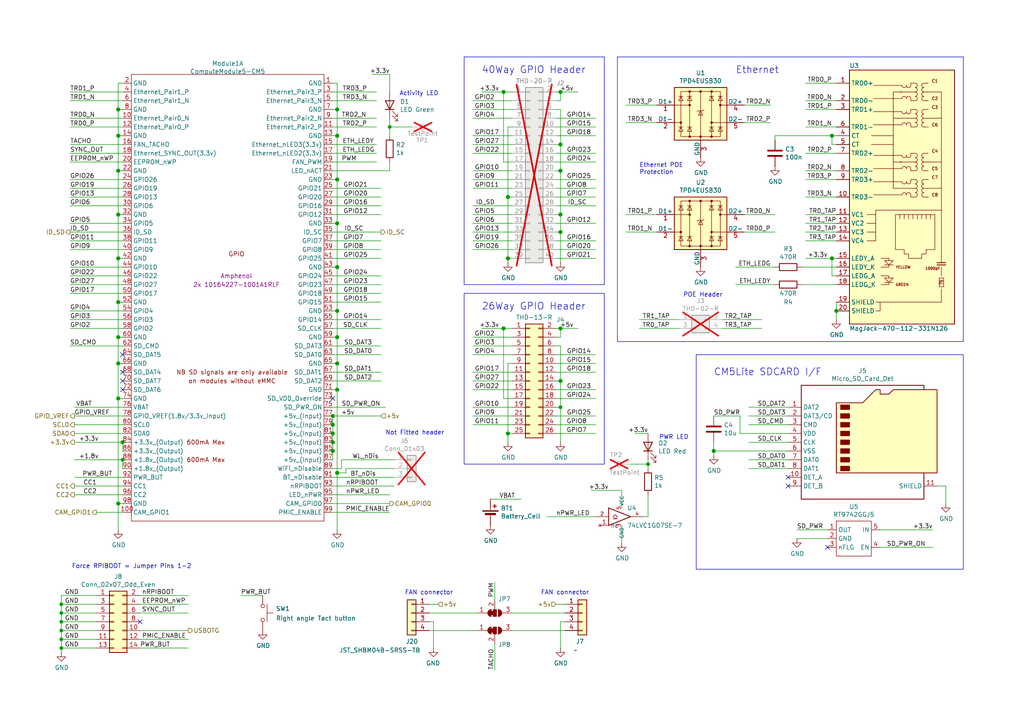
<source format=kicad_sch>
(kicad_sch (version 20231120) (generator "eeschema") (generator_version "8.0")
  (paper "A4")
  (junction (at 96.52 128.27) (diameter 1.016))
  (junction (at 162.56 95.25) (diameter 1.016))
  (junction (at 17.78 177.8))
  (junction (at 34.29 31.75) (diameter 1.016))
  (junction (at 35.56 133.35))
  (junction (at 34.29 105.41) (diameter 1.016))
  (junction (at 17.78 187.96))
  (junction (at 35.56 128.27) (diameter 1.016))
  (junction (at 162.56 110.49) (diameter 1.016))
  (junction (at 34.29 49.53) (diameter 1.016))
  (junction (at 97.79 113.03) (diameter 1.016))
  (junction (at 97.79 90.17) (diameter 1.016))
  (junction (at 97.79 31.75) (diameter 1.016))
  (junction (at 162.56 62.23) (diameter 1.016))
  (junction (at 34.29 115.57) (diameter 1.016))
  (junction (at 207.01 130.81) (diameter 1.016))
  (junction (at 146.05 95.25) (diameter 1.016))
  (junction (at 17.78 175.26))
  (junction (at 34.29 39.37) (diameter 1.016))
  (junction (at 17.78 182.88))
  (junction (at 34.29 87.63) (diameter 1.016))
  (junction (at 96.52 120.65) (diameter 1.016))
  (junction (at 97.79 52.07) (diameter 1.016))
  (junction (at 242.57 90.17) (diameter 1.016))
  (junction (at 162.56 26.67) (diameter 1.016))
  (junction (at 162.56 41.91) (diameter 1.016))
  (junction (at 96.52 123.19) (diameter 1.016))
  (junction (at 241.3 39.37) (diameter 1.016))
  (junction (at 97.79 105.41) (diameter 1.016))
  (junction (at 96.52 125.73) (diameter 1.016))
  (junction (at 147.32 74.93) (diameter 1.016))
  (junction (at 97.79 77.47) (diameter 1.016))
  (junction (at 113.03 36.83))
  (junction (at 162.56 67.31) (diameter 1.016))
  (junction (at 187.96 134.62))
  (junction (at 241.3 74.93) (diameter 1.016))
  (junction (at 97.79 64.77) (diameter 1.016))
  (junction (at 34.29 62.23) (diameter 1.016))
  (junction (at 147.32 57.15) (diameter 1.016))
  (junction (at 96.52 130.81) (diameter 1.016))
  (junction (at 17.78 185.42))
  (junction (at 146.05 26.67) (diameter 1.016))
  (junction (at 147.32 125.73) (diameter 1.016))
  (junction (at 17.78 180.34))
  (junction (at 34.29 146.05) (diameter 1.016))
  (junction (at 34.29 97.79) (diameter 1.016))
  (junction (at 97.79 97.79) (diameter 1.016))
  (junction (at 97.79 39.37) (diameter 1.016))
  (junction (at 162.56 49.53) (diameter 1.016))
  (junction (at 34.29 74.93) (diameter 1.016))
  (junction (at 162.56 118.11))
  (junction (at 97.79 137.16) (diameter 1.016))
  (no_connect (at 228.6 138.43))
  (no_connect (at 35.56 113.03))
  (no_connect (at 96.52 115.57))
  (no_connect (at 35.56 110.49))
  (no_connect (at 40.64 180.34))
  (no_connect (at 240.03 158.75))
  (no_connect (at 35.56 107.95))
  (no_connect (at 35.56 102.87))
  (no_connect (at 228.6 140.97))
  (wire (pts (xy 181.61 62.23) (xy 190.5 62.23)))
  (wire (pts (xy 224.79 39.37) (xy 241.3 39.37)))
  (wire (pts (xy 181.61 30.48) (xy 190.5 30.48)))
  (wire (pts (xy 110.49 107.95) (xy 96.52 107.95)))
  (wire (pts (xy 161.29 105.41) (xy 172.72 105.41)))
  (wire (pts (xy 139.7 95.25) (xy 146.05 95.25)))
  (wire (pts (xy 161.29 120.65) (xy 172.72 120.65)))
  (wire (pts (xy 40.64 182.88) (xy 54.61 182.88)))
  (wire (pts (xy 40.64 185.42) (xy 54.61 185.42)))
  (wire (pts (xy 148.59 36.83) (xy 147.32 36.83)))
  (wire (pts (xy 146.05 115.57) (xy 148.59 115.57)))
  (wire (pts (xy 96.52 90.17) (xy 97.79 90.17)))
  (wire (pts (xy 21.59 123.19) (xy 35.56 123.19)))
  (wire (pts (xy 215.9 62.23) (xy 224.79 62.23)))
  (wire (pts (xy 137.16 123.19) (xy 148.59 123.19)))
  (wire (pts (xy 147.32 36.83) (xy 147.32 57.15)))
  (wire (pts (xy 96.52 36.83) (xy 109.22 36.83)))
  (wire (pts (xy 97.79 137.16) (xy 100.33 137.16)))
  (wire (pts (xy 162.56 118.11) (xy 162.56 128.27)))
  (wire (pts (xy 34.29 62.23) (xy 34.29 74.93)))
  (wire (pts (xy 233.68 64.77) (xy 242.57 64.77)))
  (wire (pts (xy 147.32 125.73) (xy 148.59 125.73)))
  (polyline (pts (xy 279.4 165.1) (xy 201.93 165.1)) (stroke (width 0) (type solid)))
  (wire (pts (xy 20.32 100.33) (xy 35.56 100.33)))
  (wire (pts (xy 180.34 147.32) (xy 180.34 142.24)))
  (wire (pts (xy 185.42 95.25) (xy 196.85 95.25)))
  (wire (pts (xy 96.52 118.11) (xy 111.76 118.11)))
  (wire (pts (xy 20.32 44.45) (xy 35.56 44.45)))
  (wire (pts (xy 162.56 110.49) (xy 161.29 110.49)))
  (wire (pts (xy 162.56 41.91) (xy 161.29 41.91)))
  (wire (pts (xy 161.29 100.33) (xy 162.56 100.33)))
  (wire (pts (xy 161.29 113.03) (xy 172.72 113.03)))
  (wire (pts (xy 137.16 100.33) (xy 148.59 100.33)))
  (wire (pts (xy 232.41 82.55) (xy 242.57 82.55)))
  (wire (pts (xy 96.52 74.93) (xy 110.49 74.93)))
  (wire (pts (xy 124.46 180.34) (xy 125.73 180.34)))
  (wire (pts (xy 96.52 57.15) (xy 110.49 57.15)))
  (wire (pts (xy 17.78 187.96) (xy 27.94 187.96)))
  (polyline (pts (xy 311.15 124.46) (xy 309.88 124.46)) (stroke (width 0) (type solid)))
  (polyline (pts (xy 134.62 82.55) (xy 175.26 82.55)) (stroke (width 0) (type solid)))
  (wire (pts (xy 96.52 85.09) (xy 110.49 85.09)))
  (wire (pts (xy 96.52 80.01) (xy 110.49 80.01)))
  (wire (pts (xy 162.56 180.34) (xy 162.56 187.96)))
  (wire (pts (xy 20.32 54.61) (xy 35.56 54.61)))
  (wire (pts (xy 34.29 115.57) (xy 34.29 146.05)))
  (wire (pts (xy 224.79 40.64) (xy 224.79 39.37)))
  (wire (pts (xy 97.79 105.41) (xy 97.79 113.03)))
  (wire (pts (xy 96.52 49.53) (xy 113.03 49.53)))
  (wire (pts (xy 137.16 97.79) (xy 148.59 97.79)))
  (wire (pts (xy 142.24 144.78) (xy 151.13 144.78)))
  (wire (pts (xy 161.29 46.99) (xy 172.72 46.99)))
  (wire (pts (xy 233.68 74.93) (xy 241.3 74.93)))
  (wire (pts (xy 97.79 113.03) (xy 97.79 137.16)))
  (wire (pts (xy 137.16 102.87) (xy 148.59 102.87)))
  (wire (pts (xy 242.57 87.63) (xy 242.57 90.17)))
  (wire (pts (xy 96.52 102.87) (xy 110.49 102.87)))
  (wire (pts (xy 110.49 95.25) (xy 96.52 95.25)))
  (wire (pts (xy 148.59 105.41) (xy 147.32 105.41)))
  (wire (pts (xy 241.3 41.91) (xy 241.3 39.37)))
  (wire (pts (xy 137.16 72.39) (xy 148.59 72.39)))
  (wire (pts (xy 97.79 97.79) (xy 97.79 105.41)))
  (wire (pts (xy 255.27 158.75) (xy 270.51 158.75)))
  (wire (pts (xy 100.33 135.89) (xy 114.3 135.89)))
  (wire (pts (xy 161.29 97.79) (xy 162.56 97.79)))
  (wire (pts (xy 35.56 146.05) (xy 34.29 146.05)))
  (wire (pts (xy 233.68 36.83) (xy 242.57 36.83)))
  (wire (pts (xy 137.16 44.45) (xy 148.59 44.45)))
  (wire (pts (xy 17.78 182.88) (xy 27.94 182.88)))
  (wire (pts (xy 17.78 185.42) (xy 17.78 187.96)))
  (wire (pts (xy 242.57 39.37) (xy 241.3 39.37)))
  (wire (pts (xy 242.57 90.17) (xy 242.57 92.71)))
  (wire (pts (xy 107.95 21.59) (xy 113.03 21.59)))
  (wire (pts (xy 161.29 39.37) (xy 172.72 39.37)))
  (wire (pts (xy 233.68 69.85) (xy 242.57 69.85)))
  (wire (pts (xy 34.29 105.41) (xy 34.29 115.57)))
  (polyline (pts (xy 309.88 140.97) (xy 309.88 124.46)) (stroke (width 0) (type solid)))
  (wire (pts (xy 190.5 67.31) (xy 181.61 67.31)))
  (wire (pts (xy 20.32 46.99) (xy 35.56 46.99)))
  (wire (pts (xy 96.52 140.97) (xy 114.3 140.97)))
  (wire (pts (xy 34.29 31.75) (xy 34.29 39.37)))
  (wire (pts (xy 17.78 172.72) (xy 17.78 175.26)))
  (wire (pts (xy 233.68 31.75) (xy 242.57 31.75)))
  (polyline (pts (xy 175.26 16.51) (xy 175.26 82.55)) (stroke (width 0) (type solid)))
  (wire (pts (xy 318.77 129.54) (xy 327.66 129.54)))
  (wire (pts (xy 40.64 172.72) (xy 54.61 172.72)))
  (wire (pts (xy 162.56 26.67) (xy 167.64 26.67)))
  (wire (pts (xy 147.32 105.41) (xy 147.32 125.73)))
  (wire (pts (xy 137.16 41.91) (xy 148.59 41.91)))
  (wire (pts (xy 137.16 39.37) (xy 148.59 39.37)))
  (wire (pts (xy 35.56 130.81) (xy 35.56 128.27)))
  (wire (pts (xy 233.68 67.31) (xy 242.57 67.31)))
  (wire (pts (xy 34.29 24.13) (xy 34.29 31.75)))
  (wire (pts (xy 124.46 182.88) (xy 138.43 182.88)))
  (wire (pts (xy 96.52 24.13) (xy 97.79 24.13)))
  (wire (pts (xy 240.03 153.67) (xy 231.14 153.67)))
  (wire (pts (xy 233.68 62.23) (xy 242.57 62.23)))
  (wire (pts (xy 34.29 74.93) (xy 35.56 74.93)))
  (wire (pts (xy 214.63 125.73) (xy 214.63 120.65)))
  (wire (pts (xy 233.68 44.45) (xy 242.57 44.45)))
  (wire (pts (xy 96.52 120.65) (xy 110.49 120.65)))
  (wire (pts (xy 20.32 57.15) (xy 35.56 57.15)))
  (wire (pts (xy 331.47 134.62) (xy 334.01 134.62)))
  (wire (pts (xy 96.52 113.03) (xy 97.79 113.03)))
  (wire (pts (xy 40.64 177.8) (xy 54.61 177.8)))
  (wire (pts (xy 20.32 69.85) (xy 35.56 69.85)))
  (polyline (pts (xy 179.07 16.51) (xy 279.4 16.51)) (stroke (width 0) (type solid)))
  (wire (pts (xy 34.29 146.05) (xy 34.29 153.67)))
  (wire (pts (xy 97.79 137.16) (xy 97.79 153.67)))
  (wire (pts (xy 148.59 182.88) (xy 163.83 182.88)))
  (wire (pts (xy 96.52 52.07) (xy 97.79 52.07)))
  (wire (pts (xy 96.52 69.85) (xy 110.49 69.85)))
  (wire (pts (xy 161.29 52.07) (xy 172.72 52.07)))
  (wire (pts (xy 27.94 148.59) (xy 35.56 148.59)))
  (wire (pts (xy 137.16 113.03) (xy 148.59 113.03)))
  (wire (pts (xy 207.01 120.65) (xy 214.63 120.65)))
  (wire (pts (xy 161.29 175.26) (xy 163.83 175.26)))
  (wire (pts (xy 137.16 69.85) (xy 148.59 69.85)))
  (wire (pts (xy 161.29 44.45) (xy 172.72 44.45)))
  (wire (pts (xy 34.29 62.23) (xy 35.56 62.23)))
  (wire (pts (xy 228.6 135.89) (xy 217.17 135.89)))
  (wire (pts (xy 161.29 69.85) (xy 172.72 69.85)))
  (wire (pts (xy 20.32 82.55) (xy 35.56 82.55)))
  (wire (pts (xy 96.52 26.67) (xy 109.22 26.67)))
  (wire (pts (xy 20.32 59.69) (xy 35.56 59.69)))
  (wire (pts (xy 96.52 39.37) (xy 97.79 39.37)))
  (wire (pts (xy 187.96 143.51) (xy 187.96 149.86)))
  (wire (pts (xy 21.59 143.51) (xy 35.56 143.51)))
  (wire (pts (xy 20.32 80.01) (xy 35.56 80.01)))
  (wire (pts (xy 96.52 97.79) (xy 97.79 97.79)))
  (wire (pts (xy 233.68 24.13) (xy 242.57 24.13)))
  (polyline (pts (xy 134.62 16.51) (xy 134.62 82.55)) (stroke (width 0) (type solid)))
  (wire (pts (xy 34.29 39.37) (xy 34.29 49.53)))
  (wire (pts (xy 146.05 26.67) (xy 146.05 46.99)))
  (wire (pts (xy 161.29 34.29) (xy 172.72 34.29)))
  (wire (pts (xy 180.34 152.4) (xy 180.34 157.48)))
  (wire (pts (xy 148.59 26.67) (xy 146.05 26.67)))
  (wire (pts (xy 96.52 125.73) (xy 96.52 128.27)))
  (wire (pts (xy 96.52 62.23) (xy 110.49 62.23)))
  (wire (pts (xy 161.29 67.31) (xy 162.56 67.31)))
  (wire (pts (xy 233.68 49.53) (xy 242.57 49.53)))
  (polyline (pts (xy 201.93 165.1) (xy 201.93 102.87)) (stroke (width 0) (type solid)))
  (wire (pts (xy 21.59 118.11) (xy 35.56 118.11)))
  (wire (pts (xy 97.79 90.17) (xy 97.79 97.79)))
  (wire (pts (xy 147.32 74.93) (xy 148.59 74.93)))
  (wire (pts (xy 215.9 35.56) (xy 223.52 35.56)))
  (polyline (pts (xy 201.93 102.87) (xy 279.4 102.87)) (stroke (width 0) (type solid)))
  (wire (pts (xy 207.01 130.81) (xy 207.01 132.08)))
  (wire (pts (xy 180.34 142.24) (xy 171.45 142.24)))
  (wire (pts (xy 137.16 67.31) (xy 148.59 67.31)))
  (wire (pts (xy 161.29 72.39) (xy 172.72 72.39)))
  (wire (pts (xy 20.32 77.47) (xy 35.56 77.47)))
  (wire (pts (xy 213.36 77.47) (xy 224.79 77.47)))
  (wire (pts (xy 21.59 138.43) (xy 35.56 138.43)))
  (wire (pts (xy 20.32 92.71) (xy 35.56 92.71)))
  (wire (pts (xy 255.27 153.67) (xy 270.51 153.67)))
  (wire (pts (xy 161.29 36.83) (xy 172.72 36.83)))
  (wire (pts (xy 242.57 41.91) (xy 241.3 41.91)))
  (wire (pts (xy 163.83 180.34) (xy 162.56 180.34)))
  (wire (pts (xy 20.32 34.29) (xy 35.56 34.29)))
  (wire (pts (xy 96.52 64.77) (xy 97.79 64.77)))
  (wire (pts (xy 96.52 44.45) (xy 109.22 44.45)))
  (wire (pts (xy 96.52 72.39) (xy 110.49 72.39)))
  (wire (pts (xy 161.29 115.57) (xy 172.72 115.57)))
  (wire (pts (xy 143.51 168.91) (xy 143.51 173.99)))
  (wire (pts (xy 161.29 62.23) (xy 162.56 62.23)))
  (wire (pts (xy 96.52 130.81) (xy 96.52 133.35)))
  (wire (pts (xy 161.29 102.87) (xy 172.72 102.87)))
  (wire (pts (xy 209.55 92.71) (xy 220.98 92.71)))
  (wire (pts (xy 146.05 95.25) (xy 146.05 115.57)))
  (wire (pts (xy 100.33 137.16) (xy 100.33 135.89)))
  (wire (pts (xy 162.56 29.21) (xy 162.56 26.67)))
  (wire (pts (xy 40.64 175.26) (xy 54.61 175.26)))
  (wire (pts (xy 96.52 105.41) (xy 97.79 105.41)))
  (wire (pts (xy 96.52 120.65) (xy 96.52 123.19)))
  (wire (pts (xy 148.59 177.8) (xy 163.83 177.8)))
  (wire (pts (xy 137.16 64.77) (xy 148.59 64.77)))
  (wire (pts (xy 209.55 95.25) (xy 220.98 95.25)))
  (wire (pts (xy 40.64 187.96) (xy 54.61 187.96)))
  (wire (pts (xy 20.32 64.77) (xy 35.56 64.77)))
  (wire (pts (xy 34.29 87.63) (xy 34.29 97.79)))
  (polyline (pts (xy 350.52 140.97) (xy 311.15 140.97)) (stroke (width 0) (type solid)))
  (wire (pts (xy 215.9 67.31) (xy 224.79 67.31)))
  (wire (pts (xy 97.79 77.47) (xy 97.79 90.17)))
  (wire (pts (xy 96.52 110.49) (xy 110.49 110.49)))
  (wire (pts (xy 187.96 125.73) (xy 184.15 125.73)))
  (wire (pts (xy 233.68 57.15) (xy 242.57 57.15)))
  (wire (pts (xy 124.46 177.8) (xy 138.43 177.8)))
  (wire (pts (xy 137.16 120.65) (xy 148.59 120.65)))
  (wire (pts (xy 215.9 30.48) (xy 223.52 30.48)))
  (wire (pts (xy 162.56 97.79) (xy 162.56 95.25)))
  (wire (pts (xy 162.56 95.25) (xy 167.64 95.25)))
  (wire (pts (xy 34.29 49.53) (xy 35.56 49.53)))
  (wire (pts (xy 96.52 31.75) (xy 97.79 31.75)))
  (wire (pts (xy 162.56 118.11) (xy 161.29 118.11)))
  (polyline (pts (xy 175.26 16.51) (xy 134.62 16.51)) (stroke (width 0) (type solid)))
  (wire (pts (xy 213.36 82.55) (xy 224.79 82.55)))
  (wire (pts (xy 96.52 87.63) (xy 110.49 87.63)))
  (wire (pts (xy 161.29 29.21) (xy 162.56 29.21)))
  (polyline (pts (xy 279.4 99.06) (xy 179.07 99.06)) (stroke (width 0) (type solid)))
  (polyline (pts (xy 134.62 85.09) (xy 134.62 134.62)) (stroke (width 0) (type solid)))
  (wire (pts (xy 137.16 59.69) (xy 148.59 59.69)))
  (wire (pts (xy 162.56 67.31) (xy 162.56 76.2)))
  (wire (pts (xy 96.52 34.29) (xy 109.22 34.29)))
  (wire (pts (xy 17.78 180.34) (xy 17.78 182.88)))
  (wire (pts (xy 137.16 62.23) (xy 148.59 62.23)))
  (wire (pts (xy 137.16 118.11) (xy 148.59 118.11)))
  (wire (pts (xy 113.03 21.59) (xy 113.03 26.67)))
  (wire (pts (xy 217.17 123.19) (xy 228.6 123.19)))
  (wire (pts (xy 137.16 49.53) (xy 148.59 49.53)))
  (wire (pts (xy 233.68 29.21) (xy 242.57 29.21)))
  (wire (pts (xy 162.56 41.91) (xy 162.56 49.53)))
  (wire (pts (xy 99.06 135.89) (xy 99.06 133.35)))
  (wire (pts (xy 96.52 67.31) (xy 110.49 67.31)))
  (wire (pts (xy 161.29 59.69) (xy 172.72 59.69)))
  (wire (pts (xy 147.32 57.15) (xy 148.59 57.15)))
  (wire (pts (xy 17.78 177.8) (xy 17.78 180.34)))
  (wire (pts (xy 96.52 143.51) (xy 113.03 143.51)))
  (wire (pts (xy 97.79 24.13) (xy 97.79 31.75)))
  (wire (pts (xy 274.32 140.97) (xy 274.32 146.05)))
  (wire (pts (xy 185.42 92.71) (xy 196.85 92.71)))
  (wire (pts (xy 137.16 34.29) (xy 148.59 34.29)))
  (wire (pts (xy 21.59 140.97) (xy 35.56 140.97)))
  (wire (pts (xy 20.32 90.17) (xy 35.56 90.17)))
  (wire (pts (xy 21.59 128.27) (xy 35.56 128.27)))
  (wire (pts (xy 240.03 156.21) (xy 231.14 156.21)))
  (wire (pts (xy 241.3 74.93) (xy 242.57 74.93)))
  (wire (pts (xy 34.29 115.57) (xy 35.56 115.57)))
  (wire (pts (xy 162.56 31.75) (xy 162.56 41.91)))
  (wire (pts (xy 161.29 26.67) (xy 162.56 26.67)))
  (wire (pts (xy 158.75 149.86) (xy 172.72 149.86)))
  (wire (pts (xy 161.29 31.75) (xy 162.56 31.75)))
  (wire (pts (xy 161.29 74.93) (xy 172.72 74.93)))
  (wire (pts (xy 147.32 125.73) (xy 147.32 128.27)))
  (wire (pts (xy 182.88 134.62) (xy 187.96 134.62)))
  (wire (pts (xy 96.52 138.43) (xy 114.3 138.43)))
  (wire (pts (xy 137.16 54.61) (xy 148.59 54.61)))
  (wire (pts (xy 137.16 31.75) (xy 148.59 31.75)))
  (wire (pts (xy 147.32 57.15) (xy 147.32 74.93)))
  (wire (pts (xy 137.16 52.07) (xy 148.59 52.07)))
  (wire (pts (xy 161.29 64.77) (xy 172.72 64.77)))
  (wire (pts (xy 34.29 97.79) (xy 34.29 105.41)))
  (wire (pts (xy 20.32 95.25) (xy 35.56 95.25)))
  (wire (pts (xy 137.16 107.95) (xy 148.59 107.95)))
  (wire (pts (xy 228.6 125.73) (xy 214.63 125.73)))
  (wire (pts (xy 228.6 120.65) (xy 217.17 120.65)))
  (wire (pts (xy 139.7 26.67) (xy 146.05 26.67)))
  (wire (pts (xy 161.29 125.73) (xy 172.72 125.73)))
  (wire (pts (xy 124.46 175.26) (xy 127 175.26)))
  (wire (pts (xy 97.79 39.37) (xy 97.79 52.07)))
  (wire (pts (xy 161.29 123.19) (xy 172.72 123.19)))
  (wire (pts (xy 232.41 77.47) (xy 242.57 77.47)))
  (wire (pts (xy 17.78 172.72) (xy 27.94 172.72)))
  (wire (pts (xy 148.59 95.25) (xy 146.05 95.25)))
  (wire (pts (xy 318.77 139.7) (xy 327.66 139.7)))
  (wire (pts (xy 96.52 82.55) (xy 110.49 82.55)))
  (wire (pts (xy 137.16 29.21) (xy 148.59 29.21)))
  (wire (pts (xy 187.96 149.86) (xy 186.69 149.86)))
  (wire (pts (xy 113.03 49.53) (xy 113.03 46.99)))
  (wire (pts (xy 20.32 52.07) (xy 35.56 52.07)))
  (wire (pts (xy 35.56 135.89) (xy 35.56 133.35)))
  (wire (pts (xy 20.32 85.09) (xy 35.56 85.09)))
  (wire (pts (xy 17.78 175.26) (xy 27.94 175.26)))
  (wire (pts (xy 96.52 77.47) (xy 97.79 77.47)))
  (wire (pts (xy 96.52 54.61) (xy 110.49 54.61)))
  (wire (pts (xy 34.29 49.53) (xy 34.29 62.23)))
  (wire (pts (xy 17.78 187.96) (xy 17.78 189.23)))
  (wire (pts (xy 35.56 24.13) (xy 34.29 24.13)))
  (wire (pts (xy 20.32 41.91) (xy 35.56 41.91)))
  (wire (pts (xy 35.56 31.75) (xy 34.29 31.75)))
  (polyline (pts (xy 311.15 124.46) (xy 350.52 124.46)) (stroke (width 0) (type solid)))
  (wire (pts (xy 113.03 39.37) (xy 113.03 36.83)))
  (wire (pts (xy 137.16 110.49) (xy 148.59 110.49)))
  (wire (pts (xy 97.79 52.07) (xy 97.79 64.77)))
  (wire (pts (xy 228.6 128.27) (xy 217.17 128.27)))
  (wire (pts (xy 17.78 185.42) (xy 27.94 185.42)))
  (wire (pts (xy 17.78 177.8) (xy 27.94 177.8)))
  (wire (pts (xy 96.52 146.05) (xy 113.03 146.05)))
  (wire (pts (xy 161.29 57.15) (xy 172.72 57.15)))
  (wire (pts (xy 21.59 120.65) (xy 35.56 120.65)))
  (wire (pts (xy 99.06 133.35) (xy 114.3 133.35)))
  (wire (pts (xy 187.96 134.62) (xy 187.96 135.89)))
  (wire (pts (xy 271.78 140.97) (xy 274.32 140.97)))
  (wire (pts (xy 207.01 130.81) (xy 228.6 130.81)))
  (wire (pts (xy 20.32 29.21) (xy 35.56 29.21)))
  (wire (pts (xy 147.32 74.93) (xy 147.32 76.2)))
  (wire (pts (xy 34.29 97.79) (xy 35.56 97.79)))
  (wire (pts (xy 34.29 105.41) (xy 35.56 105.41)))
  (polyline (pts (xy 309.88 140.97) (xy 311.15 140.97)) (stroke (width 0) (type solid)))
  (polyline (pts (xy 134.62 134.62) (xy 175.26 134.62)) (stroke (width 0) (type solid)))
  (polyline (pts (xy 350.52 124.46) (xy 350.52 140.97)) (stroke (width 0) (type solid)))
  (polyline (pts (xy 179.07 99.06) (xy 179.07 16.51)) (stroke (width 0) (type solid)))
  (wire (pts (xy 97.79 31.75) (xy 97.79 39.37)))
  (polyline (pts (xy 279.4 102.87) (xy 279.4 165.1)) (stroke (width 0) (type solid)))
  (wire (pts (xy 241.3 80.01) (xy 241.3 74.93)))
  (wire (pts (xy 96.52 29.21) (xy 109.22 29.21)))
  (wire (pts (xy 17.78 180.34) (xy 27.94 180.34)))
  (wire (pts (xy 20.32 72.39) (xy 35.56 72.39)))
  (wire (pts (xy 96.52 128.27) (xy 96.52 130.81)))
  (wire (pts (xy 96.52 123.19) (xy 96.52 125.73)))
  (wire (pts (xy 161.29 54.61) (xy 172.72 54.61)))
  (wire (pts (xy 125.73 180.34) (xy 125.73 187.96)))
  (wire (pts (xy 143.51 186.69) (xy 143.51 194.31)))
  (wire (pts (xy 69.85 172.72) (xy 76.2 172.72)))
  (wire (pts (xy 20.32 36.83) (xy 35.56 36.83)))
  (wire (pts (xy 162.56 62.23) (xy 162.56 49.53)))
  (wire (pts (xy 187.96 133.35) (xy 187.96 134.62)))
  (wire (pts (xy 96.52 148.59) (xy 113.03 148.59)))
  (wire (pts (xy 217.17 133.35) (xy 228.6 133.35)))
  (wire (pts (xy 242.57 80.01) (xy 241.3 80.01)))
  (wire (pts (xy 162.56 110.49) (xy 162.56 118.11)))
  (wire (pts (xy 146.05 46.99) (xy 148.59 46.99)))
  (polyline (pts (xy 175.26 85.09) (xy 175.26 134.62)) (stroke (width 0) (type solid)))
  (wire (pts (xy 34.29 74.93) (xy 34.29 87.63)))
  (wire (pts (xy 96.52 46.99) (xy 109.22 46.99)))
  (wire (pts (xy 35.56 39.37) (xy 34.29 39.37)))
  (wire (pts (xy 21.59 125.73) (xy 35.56 125.73)))
  (wire (pts (xy 113.03 36.83) (xy 113.03 34.29)))
  (wire (pts (xy 20.32 26.67) (xy 35.56 26.67)))
  (wire (pts (xy 162.56 100.33) (xy 162.56 110.49)))
  (wire (pts (xy 161.29 95.25) (xy 162.56 95.25)))
  (wire (pts (xy 96.52 135.89) (xy 99.06 135.89)))
  (polyline (pts (xy 279.4 16.51) (xy 279.4 99.06)) (stroke (width 0) (type solid)))
  (wire (pts (xy 34.29 87.63) (xy 35.56 87.63)))
  (wire (pts (xy 21.59 133.35) (xy 35.56 133.35)))
  (polyline (pts (xy 175.26 85.09) (xy 134.62 85.09)) (stroke (width 0) (type solid)))
  (wire (pts (xy 96.52 92.71) (xy 110.49 92.71)))
  (wire (pts (xy 97.79 64.77) (xy 97.79 77.47)))
  (wire (pts (xy 162.56 67.31) (xy 162.56 62.23)))
  (wire (pts (xy 17.78 175.26) (xy 17.78 177.8)))
  (wire (pts (xy 96.52 59.69) (xy 110.49 59.69)))
  (wire (pts (xy 96.52 41.91) (xy 109.22 41.91)))
  (wire (pts (xy 233.68 52.07) (xy 242.57 52.07)))
  (wire (pts (xy 162.56 49.53) (xy 161.29 49.53)))
  (wire (pts (xy 161.29 107.95) (xy 172.72 107.95)))
  (wire (pts (xy 113.03 36.83) (xy 119.38 36.83)))
  (wire (pts (xy 110.49 100.33) (xy 96.52 100.33)))
  (wire (pts (xy 181.61 35.56) (xy 190.5 35.56)))
  (wire (pts (xy 17.78 182.88) (xy 17.78 185.42)))
  (wire (pts (xy 217.17 118.11) (xy 228.6 118.11)))
  (wire (pts (xy 20.32 67.31) (xy 35.56 67.31)))
  (wire (pts (xy 207.01 128.27) (xy 207.01 130.81)))
  (text "FAN connector\n" (at 156.845 172.72 0) (effects (font (size 1.27 1.27)) (justify left bottom)))
  (text "GPIO Voltage select\n" (at 339.09 128.27 0) (effects (font (size 1.27 1.27)) (justify right bottom)))
  (text "26Way GPIO Header" (at 139.7 90.17 0) (effects (font (size 2.007 2.007)) (justify left bottom)))
  (text "Ethernet" (at 213.36 21.59 0) (effects (font (size 2.0066 2.0066)) (justify left bottom)))
  (text "40Way GPIO Header" (at 139.7 21.59 0) (effects (font (size 2.007 2.007)) (justify left bottom)))
  (text "PWR LED" (at 191.135 127.635 0) (effects (font (size 1.27 1.27)) (justify left bottom)))
  (text "Activity LED" (at 115.824 27.94 0) (effects (font (size 1.27 1.27)) (justify left bottom)))
  (text "CM5Lite SDCARD I/F" (at 207.01 109.22 0) (effects (font (size 2.007 2.007)) (justify left bottom)))
  (text "POE Header" (at 198.12 86.36 0) (effects (font (size 1.27 1.27)) (justify left bottom)))
  (text "Ethernet POE\nProtection" (at 185.42 50.8 0) (effects (font (size 1.27 1.27)) (justify left bottom)))
  (text "Not Fitted header" (at 128.905 126.365 0) (effects (font (size 1.27 1.27)) (justify right bottom)))
  (text "Force RPIBOOT = Jumper Pins 1-2 \n" (at 56.515 165.1 0) (effects (font (size 1.27 1.27)) (justify right bottom)))
  (text "FAN connector\n" (at 131.445 172.72 0) (effects (font (size 1.27 1.27)) (justify right bottom)))
  (label "GPIO7" (at 170.18 125.73 180))
  (label "GND" (at 22.86 177.8 180))
  (label "TR0_TAP" (at 194.2084 95.25 180))
  (label "GPIO7" (at 170.18 57.15 180))
  (label "GPIO11" (at 144.78 123.19 180))
  (label "CC1" (at 24.13 140.97 0))
  (label "GPIO13" (at 144.78 67.31 180))
  (label "GPIO11" (at 20.32 69.85 0))
  (label "+3.3v" (at 144.78 26.67 180))
  (label "GPIO14" (at 171.45 34.29 180))
  (label "ID_SD" (at 143.51 59.69 180))
  (label "GPIO23" (at 171.45 113.03 180))
  (label "GND" (at 22.86 180.34 180))
  (label "+3.3v" (at 323.85 129.54 180))
  (label "TRD0_P" (at 20.32 36.83 0))
  (label "nPWR_LED" (at 161.29 149.86 0))
  (label "GPIO10" (at 20.32 77.47 0))
  (label "SD_DAT0" (at 107.95 102.87 180))
  (label "GPIO4" (at 143.51 102.87 180))
  (label "GPIO27" (at 144.78 41.91 180))
  (label "GPIO6" (at 143.51 64.77 180))
  (label "+3.3v" (at 22.86 128.27 0))
  (label "GPIO8" (at 170.18 54.61 180))
  (label "+3.3v" (at 187.96 125.73 180))
  (label "TRD1_P" (at 241.3 31.75 180))
  (label "TRD0_P" (at 241.3 24.13 180))
  (label "SD_DAT3" (at 219.71 120.65 0))
  (label "GPIO9" (at 143.51 52.07 180))
  (label "TR2_TAP" (at 242.57 67.31 180))
  (label "SD_DAT1" (at 219.71 135.89 0))
  (label "TR1_TAP" (at 194.31 92.71 180))
  (label "GPIO24" (at 171.45 115.57 180))
  (label "GPIO18" (at 171.45 39.37 180))
  (label "GPIO12" (at 171.45 64.77 180))
  (label "GPIO19" (at 20.32 54.61 0))
  (label "TR2_TAP" (at 218.1098 92.71 180))
  (label "GPIO22" (at 144.78 113.03 180))
  (label "+3.3v" (at 144.78 95.25 180))
  (label "GPIO18" (at 171.45 107.95 180))
  (label "GND" (at 22.86 187.96 180))
  (label "GPIO17" (at 20.32 85.09 0))
  (label "PMIC_ENABLE" (at 113.03 148.59 180))
  (label "SD_PWR_ON" (at 257.175 158.75 0))
  (label "+1.8v" (at 22.86 133.35 0))
  (label "TRD1_P" (at 189.23 62.23 180))
  (label "GPIO3" (at 143.51 100.33 180))
  (label "TRD0_P" (at 223.52 67.31 180))
  (label "ID_SC" (at 170.18 59.69 180))
  (label "GPIO15" (at 171.45 36.83 180))
  (label "GPIO25" (at 171.45 120.65 180))
  (label "ID_SD" (at 20.32 67.31 0))
  (label "ETH_LEDY" (at 99.314 41.91 0))
  (label "TRD3_P" (at 189.23 30.48 180))
  (label "GPIO2" (at 143.51 97.79 180))
  (label "GPIO5" (at 143.51 62.23 180))
  (label "nPWR_LED" (at 100.33 143.51 0))
  (label "+5v" (at 166.37 26.67 180))
  (label "EEPROM_nWP" (at 53.848 175.26 180))
  (label "GPIO20" (at 171.45 72.39 180))
  (label "VBAT" (at 144.78 144.78 0))
  (label "GPIO14" (at 106.68 92.71 180))
  (label "+3.3v" (at 176.53 142.24 180))
  (label "TRD3_N" (at 99.314 29.21 0))
  (label "SD_DAT0" (at 219.71 133.35 0))
  (label "GPIO23" (at 106.68 82.55 180))
  (label "TRD1_N" (at 20.32 29.21 0))
  (label "GPIO27" (at 20.32 82.55 0))
  (label "+3.3v" (at 240.03 74.93 180))
  (label "SYNC_OUT" (at 20.32 44.45 0))
  (label "GPIO19" (at 144.78 69.85 180))
  (label "SD_CLK" (at 219.71 128.27 0))
  (label "TRD2_N" (at 223.52 30.48 180))
  (label "GPIO21" (at 171.45 74.93 180))
  (label "TRD3_N" (at 189.23 35.56 180))
  (label "+3.3v" (at 270.51 153.67 180))
  (label "SD_CLK" (at 106.68 95.25 180))
  (label "ETH_LEDG" (at 223.52 77.47 180))
  (label "SD_DAT2" (at 107.95 110.49 180))
  (label "EEPROM_nWP" (at 20.32 46.99 0))
  (label "TRD3_N" (at 241.3 57.15 180))
  (label "PMIC_ENABLE" (at 53.975 185.42 180))
  (label "GPIO15" (at 171.45 105.41 180))
  (label "TRD1_N" (at 241.3 36.83 180))
  (label "TRD1_N" (at 189.23 67.31 180))
  (label "+3.3v" (at 113.03 21.59 180))
  (label "PWR_BUT" (at 23.876 138.43 0))
  (label "TRD2_N" (at 99.06 34.29 0))
  (label "ID_SC" (at 105.41 67.31 180))
  (label "PWM" (at 99.06 46.99 0))
  (label "SD_CMD" (at 219.71 123.19 0))
  (label "GPIO21" (at 106.68 54.61 180))
  (label "GPIO25" (at 106.68 74.93 180))
  (label "TRD2_P" (at 223.52 35.56 180))
  (label "GPIO10" (at 144.78 49.53 180))
  (label "SD_DAT1" (at 107.95 107.95 180))
  (label "GPIO12" (at 106.68 62.23 180))
  (label "GPIO15" (at 106.68 87.63 180))
  (label "GPIO17" (at 144.78 107.95 180))
  (label "GPIO13" (at 20.32 57.15 0))
  (label "GPIO6" (at 20.32 59.69 0))
  (label "GPIO22" (at 144.78 44.45 180))
  (label "GPIO7" (at 105.41 69.85 180))
  (label "PWM" (at 143.51 168.91 270))
  (label "GPIO16" (at 106.68 59.69 180))
  (label "GPIO8" (at 170.18 123.19 180))
  (label "nRPIBOOT" (at 50.546 172.72 180))
  (label "VBAT" (at 26.67 118.11 180))
  (label "GPIO17" (at 144.78 39.37 180))
  (label "GPIO2" (at 143.51 29.21 180))
  (label "BT_nDis" (at 109.0676 138.43 180))
  (label "SD_PWR" (at 231.14 153.67 0))
  (label "GND" (at 22.86 185.42 180))
  (label "TRD0_N" (at 223.52 62.23 180))
  (label "TRD2_P" (at 99.314 36.83 0))
  (label "GPIO8" (at 105.41 72.39 180))
  (label "SD_DAT2" (at 219.71 118.11 0))
  (label "SD_PWR" (at 207.01 120.65 0))
  (label "ETH_LEDG" (at 99.314 44.45 0))
  (label "SYNC_OUT" (at 50.8 177.8 180))
  (label "TRD3_P" (at 99.314 26.67 0))
  (label "GPIO18" (at 106.68 85.09 180))
  (label "TRD2_P" (at 241.3 44.45 180))
  (label "GPIO_VREF" (at 334.01 134.62 0))
  (label "GPIO20" (at 106.68 57.15 180))
  (label "TRD0_N" (at 20.32 34.29 0))
  (label "SD_PWR_ON" (at 99.06 118.11 0))
  (label "TR1_TAP" (at 242.57 64.77 180))
  (label "GPIO4" (at 20.32 90.17 0))
  (label "GPIO5" (at 20.32 64.77 0))
  (label "PWR_BUT" (at 69.85 172.72 0))
  (label "GPIO24" (at 106.68 80.01 180))
  (label "TR3_TAP" (at 218.0844 95.25 180))
  (label "+1.8v" (at 323.85 139.7 180))
  (label "nRPIBOOT" (at 100.33 140.97 0))
  (label "GPIO9" (at 143.51 120.65 180))
  (label "GND" (at 22.86 182.88 180))
  (label "GPIO3" (at 20.32 92.71 0))
  (label "GPIO_VREF" (at 21.59 120.65 0))
  (label "GPIO14" (at 171.45 102.87 180))
  (label "GPIO10" (at 144.78 118.11 180))
  (label "GPIO2" (at 20.32 95.25 0))
  (label "+5v" (at 166.37 95.25 180))
  (label "GPIO22" (at 20.32 80.01 0))
  (label "TRD1_P" (at 20.32 26.67 0))
  (label "GPIO23" (at 171.45 44.45 180))
  (label "GPIO26" (at 20.32 52.07 0))
  (label "WL_nDis" (at 109.855 133.35 180))
  (label "+5v" (at 102.87 120.65 180))
  (label "TRD2_N" (at 241.3 49.53 180))
  (label "TACHO" (at 20.32 41.91 0))
  (label "CC2" (at 24.13 143.51 0))
  (label "GPIO11" (at 144.78 54.61 180))
  (label "GND" (at 22.86 175.26 180))
  (label "GPIO16" (at 171.45 69.85 180))
  (label "GPIO27" (at 144.78 110.49 180))
  (label "SD_CMD" (at 20.32 100.33 0))
  (label "GPIO3" (at 143.51 31.75 180))
  (label "TR3_TAP" (at 242.57 69.85 180))
  (label "GPIO4" (at 143.51 34.29 180))
  (label "GPIO9" (at 20.32 72.39 0))
  (label "PWR_BUT" (at 40.64 187.96 0))
  (label "TACHO" (at 143.51 194.31 90))
  (label "GPIO25" (at 171.45 52.07 180))
  (label "GND" (at 22.86 172.72 180))
  (label "TRD0_N" (at 241.3 29.21 180))
  (label "GPIO26" (at 144.78 72.39 180))
  (label "TRD3_P" (at 241.3 52.07 180))
  (label "SD_DAT3" (at 107.95 100.33 180))
  (label "GPIO24" (at 171.45 46.99 180))
  (label "ETH_LEDY" (at 223.52 82.55 180))
  (label "TR0_TAP" (at 242.57 62.23 180))
  (hierarchical_label "CAM_GPIO0" (shape output) (at 113.03 146.05 0))
  (hierarchical_label "SDA0" (shape output) (at 21.59 125.73 180))
  (hierarchical_label "CC1" (shape output) (at 21.59 140.97 180))
  (hierarchical_label "+5v" (shape input) (at 161.29 175.26 180))
  (hierarchical_label "+3.3v" (shape output) (at 21.59 128.27 180))
  (hierarchical_label "SCL0" (shape output) (at 21.59 123.19 180))
  (hierarchical_label "+5v" (shape input) (at 110.49 120.65 0))
  (hierarchical_label "ID_SD" (shape output) (at 20.32 67.31 180))
  (hierarchical_label "USBOTG" (shape output) (at 54.61 182.88 0))
  (hierarchical_label "CAM_GPIO1" (shape output) (at 27.94 148.59 180))
  (hierarchical_label "+5v" (shape input) (at 127 175.26 0))
  (hierarchical_label "ID_SC" (shape output) (at 110.49 67.31 0))
  (hierarchical_label "GPIO_VREF" (shape output) (at 21.59 120.65 180))
  (hierarchical_label "CC2" (shape output) (at 21.59 143.51 180))
  (symbol (lib_id "power:GND") (at 34.29 153.67 0) (unit 1)
    (property "Reference" "#PWR014" (effects (hide yes)))
    (property "Value" "GND" (at 34.417 158.0642 0))
    (property "Description" "Power symbol creates a global label with name \"GND\" , ground" (effects (hide yes)))
  )
  (symbol (lib_id "CM5IO:TPD4EUSB30") (at 203.2 33.02 0) (unit 1)
    (property "Reference" "U1" (at 203.2 21.1582 0))
    (property "Value" "TPD4EUSB30" (at 203.2 23.4696 0))
    (property "Footprint" "Package_SON:USON-10_2.5x1.0mm_P0.5mm" (effects (hide yes)))
    (property "Datasheet" "http://www.ti.com/lit/ds/symlink/tpd2eusb30a.pdf" (effects (hide yes)))
    (property "Field4" "Farnell" (effects (hide yes)))
    (property "Field5" "2335455" (effects (hide yes)))
    (property "Field6" "CDDFN10-3324P-13" (effects (hide yes)))
    (property "Field7" "Bourns" (effects (hide yes)))
    (property "Field8" "UDIO00346" (effects (hide yes)))
    (property "Part Description" "Quad TVS diode for high speed signals (USB3, GigE etc.)" (effects (hide yes)))
    (property "digikey" "296-28063-1-ND" (effects (hide yes)))
  )
  (symbol (lib_id "Device:R") (at 228.6 82.55 270) (unit 1)
    (property "Reference" "R4" (at 228.6 87.63 90))
    (property "Value" "470R" (at 228.6 85.09 90))
    (property "Footprint" "Resistor_SMD:R_0805_2012Metric_Pad1.20x1.40mm_HandSolder" (effects (hide yes)))
    (property "Datasheet" "https://fscdn.rohm.com/en/products/databook/datasheet/passive/resistor/chip_resistor/mcr-e.pdf" (effects (hide yes)))
    (property "Field4" "Farnell" (effects (hide yes)))
    (property "Field5" "9239197" (effects (hide yes)))
    (property "Field7" "KOA EUROPE GMBH" (effects (hide yes)))
    (property "Field6" "RK73G1ETQTP4700D         " (effects (hide yes)))
    (property "Field8" "120887981" (effects (hide yes)))
    (property "Part Description" "Resistor 470R M1005 1% 63mW" (effects (hide yes)))
  )
  (symbol (lib_name "LED_1") (lib_id "Device:LED") (at 187.96 129.54 90) (unit 1)
    (property "Reference" "D2" (at 190.9318 128.5494 90) (effects (justify right)))
    (property "Value" "LED Red" (at 190.9318 130.8608 90) (effects (justify right)))
    (property "Footprint" "LED_SMD:LED_0603_1608Metric" (effects (hide yes)))
    (property "Datasheet" "http://optoelectronics.liteon.com/upload/download/DS22-2000-210/LTST-S270KRKT.pdf" (effects (hide yes)))
    (property "Field4" "Digikey " (effects (hide yes)))
    (property "Field5" "	LTST-S270KRKT" (effects (hide yes)))
    (property "Field6" "SML-A12U8TT86Q" (effects (hide yes)))
    (property "Field7" "Rohm" (effects (hide yes)))
    (property "Field8" "650295101" (effects (hide yes)))
    (property "Part Description" "	Red 620nm LED Indication - Discrete 2.2V 2-SMD, No Lead" (effects (hide yes)))
    (property "digikey" " LTST-S270KRKT" (effects (hide yes)))
  )
  (symbol (lib_id "power:GND") (at 97.79 153.67 0) (unit 1)
    (property "Reference" "#PWR015" (effects (hide yes)))
    (property "Value" "GND" (at 97.917 158.0642 0))
    (property "Description" "Power symbol creates a global label with name \"GND\" , ground" (effects (hide yes)))
  )
  (symbol (lib_id "power:GND") (at 17.78 189.23 0) (unit 1)
    (property "Reference" "#PWR021" (effects (hide yes)))
    (property "Value" "GND" (at 17.907 193.6242 0))
    (property "Description" "Power symbol creates a global label with name \"GND\" , ground" (effects (hide yes)))
  )
  (symbol (lib_id "power:GND") (at 162.56 76.2 0) (unit 1)
    (property "Reference" "#PWR07" (effects (hide yes)))
    (property "Value" "GND" (at 162.687 80.5942 0))
    (property "Description" "Power symbol creates a global label with name \"GND\" , ground" (effects (hide yes)))
  )
  (symbol (lib_id "Device:Battery_Cell") (at 142.24 149.86 0) (unit 1)
    (property "Reference" "BT1" (at 145.2372 147.4216 0) (effects (justify left)))
    (property "Value" "Battery_Cell" (at 145.2372 149.733 0) (effects (justify left)))
    (property "Footprint" "CM5IO:BatteryHolder_Keystone_3034_1x20mm" (effects (hide yes)))
    (property "Datasheet" "https://www.keyelco.com/userAssets/file/M65p9.pdf" (effects (hide yes)))
    (property "Field4" "Digikey" (effects (hide yes)))
    (property "Field5" "36-3034-ND" (effects (hide yes)))
    (property "Field6" "3034" (effects (hide yes)))
    (property "Field7" "Keystone" (effects (hide yes)))
    (property "Part Description" "	Battery Retainer Coin, 20.0mm 1 Cell SMD (SMT) Tab" (effects (hide yes)))
    (property "digikey" "36-3034-ND" (effects (hide yes)))
  )
  (symbol (lib_id "power:GND") (at 207.01 132.08 0) (unit 1)
    (property "Reference" "#PWR012" (effects (hide yes)))
    (property "Value" "GND" (at 207.137 136.4742 0))
    (property "Description" "Power symbol creates a global label with name \"GND\" , ground" (effects (hide yes)))
  )
  (symbol (lib_id "Device:R") (at 187.96 139.7 0) (unit 1)
    (property "Reference" "R5" (at 189.738 138.5316 0) (effects (justify left)))
    (property "Value" "1k" (at 189.738 140.843 0) (effects (justify left)))
    (property "Footprint" "Resistor_SMD:R_0805_2012Metric_Pad1.20x1.40mm_HandSolder" (effects (hide yes)))
    (property "Datasheet" "https://fscdn.rohm.com/en/products/databook/datasheet/passive/resistor/chip_resistor/mcr-e.pdf" (effects (hide yes)))
    (property "Field4" "Farnell" (effects (hide yes)))
    (property "Field5" "9239235" (effects (hide yes)))
    (property "Field7" "KOA EUROPE GMBH" (effects (hide yes)))
    (property "Field6" "RK73H1ETTP1001F" (effects (hide yes)))
    (property "Part Description" "Resistor 1K M1005 1% 63mW" (effects (hide yes)))
    (property "Field8" "125049511" (effects (hide yes)))
  )
  (symbol (lib_id "power:GND") (at 142.24 152.4 0) (unit 1)
    (property "Reference" "#PWR018" (effects (hide yes)))
    (property "Value" "GND" (at 142.367 156.7942 0))
    (property "Description" "Power symbol creates a global label with name \"GND\" , ground" (effects (hide yes)))
  )
  (symbol (lib_id "Connector_Generic:Conn_01x04") (at 119.38 177.8 0) (mirror y) (unit 1)
    (property "Reference" "J20" (at 121.285 186.055 0) (effects (justify left)))
    (property "Value" "JST_SHBM04B-SRSS-TB" (at 121.92 188.595 0) (effects (justify left)))
    (property "Footprint" "Connector_JST:JST_SH_BM04B-SRSS-TB_1x04-1MP_P1.00mm_Vertical" (effects (hide yes)))
    (property "Field5" "SHBM04B-SRSS-TB" (effects (hide yes)))
    (property "Field6" "SHBM04B-SRSS-TB" (effects (hide yes)))
    (property "Field7" "JST" (effects (hide yes)))
    (property "Part Description" "4 pin vertical 1mm pitch connector" (effects (hide yes)))
  )
  (symbol (lib_id "power:GND") (at 125.73 187.96 0) (mirror y) (unit 1)
    (property "Reference" "#PWR084" (effects (hide yes)))
    (property "Value" "GND" (at 125.603 192.3542 0))
    (property "Description" "Power symbol creates a global label with name \"GND\" , ground" (effects (hide yes)))
  )
  (symbol (lib_id "CM5IO:MagJack-A70-112-331N126") (at 264.16 95.25 0) (unit 1)
    (property "Reference" "U3" (at 246.38 19.05 0) (effects (justify left)))
    (property "Value" "MagJack-A70-112-331N126" (at 246.38 95.25 0) (effects (justify left)))
    (property "Footprint" "CM5IO:TRJG0926HENL" (effects (hide yes)))
    (property "Datasheet" "https://p.globalsources.com/IMAGES/PDT/SPEC/690/K1160305690.pdf" (effects (hide yes)))
    (property "Field6" "TRJG0926HENL" (effects (hide yes)))
    (property "Field7" "Trxcon" (effects (hide yes)))
    (property "Field8" "UCON00900" (effects (hide yes)))
    (property "Part Description" "Gigabit Ethernet Magjack" (effects (hide yes)))
    (property "Field5" "TRJG0926HENL" (effects (hide yes)))
  )
  (symbol (lib_id "power:GND") (at 147.32 76.2 0) (unit 1)
    (property "Reference" "#PWR06" (effects (hide yes)))
    (property "Value" "GND" (at 147.447 80.5942 0))
    (property "Description" "Power symbol creates a global label with name \"GND\" , ground" (effects (hide yes)))
  )
  (symbol (lib_id "power:GND") (at 76.2 182.88 0) (unit 1)
    (property "Reference" "#PWR019" (effects (hide yes)))
    (property "Value" "GND" (at 76.327 187.2742 0))
    (property "Description" "Power symbol creates a global label with name \"GND\" , ground" (effects (hide yes)))
  )
  (symbol (lib_id "Connector:Micro_SD_Card_Det2") (at 251.46 128.27 0) (unit 1)
    (property "Reference" "J5" (at 250.19 107.5182 0))
    (property "Value" "Micro_SD_Card_Det" (at 250.19 109.8296 0))
    (property "Footprint" "CM5IO:SDCARD_MOLEX_503398-1892" (effects (hide yes)))
    (property "Datasheet" "https://www.hirose.com/product/en/download_file/key_name/DM3/category/Catalog/doc_file_id/49662/?file_category_id=4&item_id=195&is_series=1" (effects (hide yes)))
    (property "Field4" "Farnell" (effects (hide yes)))
    (property "Field5" "2358234" (effects (hide yes)))
    (property "Field6" "503398-1892" (effects (hide yes)))
    (property "Field7" "Molex" (effects (hide yes)))
    (property "Part Description" "9 (8 + 1) Position Card Connector microSD™ Surface Mount, Right Angle Gold" (effects (hide yes)))
    (property "Field8" "UCON00512" (effects (hide yes)))
    (property "digikey" "2073-MEM2080-00-128-00-ADKR-ND" (effects (hide yes)))
  )
  (symbol (lib_id "power:GND") (at 242.57 92.71 0) (unit 1)
    (property "Reference" "#PWR09" (effects (hide yes)))
    (property "Value" "GND" (at 242.697 97.1042 0))
    (property "Description" "Power symbol creates a global label with name \"GND\" , ground" (effects (hide yes)))
  )
  (symbol (lib_id "power:GND") (at 147.32 128.27 0) (unit 1)
    (property "Reference" "#PWR010" (effects (hide yes)))
    (property "Value" "GND" (at 147.447 132.6642 0))
    (property "Description" "Power symbol creates a global label with name \"GND\" , ground" (effects (hide yes)))
  )
  (symbol (lib_id "Connector_Generic:Conn_02x07_Odd_Even") (at 33.02 180.34 0) (unit 1)
    (property "Reference" "J8" (at 34.29 167.2336 0))
    (property "Value" "Conn_02x07_Odd_Even" (at 34.29 169.545 0))
    (property "Footprint" "Connector_PinHeader_2.54mm:PinHeader_2x07_P2.54mm_Vertical" (effects (hide yes)))
    (property "Datasheet" "https://www.toby.co.uk/uploads/publications/1673.pdf" (effects (hide yes)))
    (property "Field4" "Toby" (effects (hide yes)))
    (property "Field5" "THD-07-R" (effects (hide yes)))
    (property "Field6" "THD-07-R" (effects (hide yes)))
    (property "Field7" "Toby" (effects (hide yes)))
    (property "Part Description" "PinHeader_2x07_P2.54mm_Vertical" (effects (hide yes)))
  )
  (symbol (lib_id "Connector_Generic:Conn_02x20_Odd_Even") (at 153.67 49.53 0) (unit 1) (dnp yes)
    (property "Reference" "J2" (at 162.56 24.13 0))
    (property "Value" "THD-20-R" (at 154.94 23.4696 0))
    (property "Footprint" "Connector_PinHeader_2.54mm:PinHeader_2x20_P2.54mm_Vertical" (effects (hide yes)))
    (property "Datasheet" "https://www.toby.co.uk/uploads/publications/1673.pdf" (effects (hide yes)))
    (property "Field4" "Toby" (effects (hide yes)))
    (property "Field5" "THD-20-R" (effects (hide yes)))
    (property "Field6" "THD-20-R" (effects (hide yes)))
    (property "Field7" "Toby" (effects (hide yes)))
    (property "Field8" "UCON00511" (effects (hide yes)))
    (property "Part Description" "PinHeader_2x20_P2.54mm_Vertical" (effects (hide yes)))
  )
  (symbol (lib_id "CM5IO:ComputeModule5-CM5") (at 68.58 80.01 0) (unit 1)
    (property "Reference" "Module1" (at 66.04 18.415 0))
    (property "Value" "ComputeModule5-CM5" (at 66.04 20.7264 0))
    (property "Footprint" "CM5IO:Raspberry-Pi-5-Compute-Module" (effects (hide yes)))
    (property "Description" "RaspberryPi Compute module 5" (effects (hide yes)))
    (property "Field4" "Amphenol" (at 68.58 80.01 0))
    (property "Field5" "2x 10164227-1001A1RLF" (at 68.58 82.55 0))
    (property "Field6" "2x 10164227-1001A1RLF" (effects (hide yes)))
    (property "Field7" "Hirose" (effects (hide yes)))
    (property "Part Description" "	100 Position Connector Receptacle, Center Strip Contacts Surface Mount Gold" (effects (hide yes)))
  )
  (symbol (lib_id "power:GND") (at 180.34 157.48 0) (unit 1)
    (property "Reference" "#PWR017" (effects (hide yes)))
    (property "Value" "GND" (at 180.467 161.8742 0))
    (property "Description" "Power symbol creates a global label with name \"GND\" , ground" (effects (hide yes)))
  )
  (symbol (lib_name "Conn_02x20_Odd_Even_1") (lib_id "Connector_Generic:Conn_02x20_Odd_Even") (at 153.67 118.11 0) (unit 1)
    (property "Reference" "J4" (at 162.56 92.71 0))
    (property "Value" "THD-13-R" (at 154.94 92.0496 0))
    (property "Footprint" "Connector_IDC:IDC-Header_2x13_P2.54mm_Vertical" (effects (hide yes)))
    (property "Datasheet" "https://www.toby.co.uk/uploads/publications/1673.pdf" (effects (hide yes)))
    (property "Field4" "Toby" (effects (hide yes)))
    (property "Field5" "THD-20-R" (effects (hide yes)))
    (property "Field6" "THD-20-R" (effects (hide yes)))
    (property "Field7" "Toby" (effects (hide yes)))
    (property "Field8" "UCON00511" (effects (hide yes)))
    (property "Part Description" "PinHeader_2x20_P2.54mm_Vertical" (effects (hide yes)))
  )
  (symbol (lib_id "Jumper:SolderJumper_3_Bridged12") (at 327.66 134.62 90) (mirror x) (unit 1) (exclude_from_sim yes) (in_bom no)
    (property "Reference" "JP1" (at 325.12 133.3499 90) (effects (justify left)))
    (property "Value" "SolderJumper_3_Bridged12" (at 353.822 129.794 90) (effects (justify left)))
    (property "Footprint" "Jumper:SolderJumper-3_P1.3mm_Bridged12_RoundedPad1.0x1.5mm" (effects (hide yes)))
    (property "Description" "3-pole Solder Jumper, pins 1+2 closed/bridged" (effects (hide yes)))
  )
  (symbol (lib_id "power:GND") (at 231.14 156.21 0) (unit 1)
    (property "Reference" "#PWR016" (effects (hide yes)))
    (property "Value" "GND" (at 231.267 160.6042 0))
    (property "Description" "Power symbol creates a global label with name \"GND\" , ground" (effects (hide yes)))
  )
  (symbol (lib_id "Device:R") (at 228.6 77.47 270) (unit 1)
    (property "Reference" "R3" (at 228.6 72.2122 90))
    (property "Value" "470R" (at 228.6 74.5236 90))
    (property "Footprint" "Resistor_SMD:R_0805_2012Metric_Pad1.20x1.40mm_HandSolder" (effects (hide yes)))
    (property "Datasheet" "https://fscdn.rohm.com/en/products/databook/datasheet/passive/resistor/chip_resistor/mcr-e.pdf" (effects (hide yes)))
    (property "Field4" "Farnell" (effects (hide yes)))
    (property "Field5" "9239197" (effects (hide yes)))
    (property "Field7" "KOA EUROPE GMBH" (effects (hide yes)))
    (property "Field6" "RK73G1ETQTP4700D         " (effects (hide yes)))
    (property "Field8" "120887981" (effects (hide yes)))
    (property "Part Description" "Resistor 470R M1005 1% 63mW" (effects (hide yes)))
  )
  (symbol (lib_id "Connector:TestPoint") (at 119.38 36.83 270) (unit 1) (in_bom no) (dnp yes)
    (property "Reference" "TP1" (at 120.65 40.64 90) (effects (justify left)))
    (property "Value" "TestPoint" (at 118.11 38.735 90) (effects (justify left)))
    (property "Footprint" "TestPoint:TestPoint_Pad_2.0x2.0mm" (effects (hide yes)))
    (property "Field4" "nf" (effects (hide yes)))
    (property "Field5" "nf" (effects (hide yes)))
    (property "Field6" "nf" (effects (hide yes)))
    (property "Field7" "nf" (effects (hide yes)))
    (property "Part Description" "Test point" (effects (hide yes)))
  )
  (symbol (lib_id "power:GND") (at 162.56 187.96 0) (unit 1)
    (property "Reference" "#PWR020" (effects (hide yes)))
    (property "Value" "GND" (at 162.687 192.3542 0))
    (property "Description" "Power symbol creates a global label with name \"GND\" , ground" (effects (hide yes)))
  )
  (symbol (lib_id "Connector:TestPoint") (at 182.88 134.62 90) (unit 1) (in_bom no) (dnp yes)
    (property "Reference" "TP2" (at 180.5178 131.953 90) (effects (justify left)))
    (property "Value" "TestPoint" (at 185.5978 137.033 90) (effects (justify left)))
    (property "Footprint" "TestPoint:TestPoint_Pad_2.0x2.0mm" (effects (hide yes)))
    (property "Field4" "nf" (effects (hide yes)))
    (property "Field5" "nf" (effects (hide yes)))
    (property "Field6" "nf" (effects (hide yes)))
    (property "Field7" "nf" (effects (hide yes)))
    (property "Part Description" "Test point" (effects (hide yes)))
  )
  (symbol (lib_id "CM5IO:RT9742GGJ5") (at 248.92 163.83 0) (unit 1)
    (property "Reference" "U5" (at 247.65 146.939 0))
    (property "Value" "RT9742GGJ5" (at 247.65 149.2504 0))
    (property "Footprint" "Package_TO_SOT_SMD:SOT-23-5" (effects (hide yes)))
    (property "Datasheet" "https://www.richtek.com/assets/product_file/RT9742/DS9742-00.pdf" (effects (hide yes)))
    (property "Field4" "Farnell" (effects (hide yes)))
    (property "Field5" "	2545875" (effects (hide yes)))
    (property "Field6" "RT9742GGJ5" (effects (hide yes)))
    (property "Field7" "RichTek" (effects (hide yes)))
    (property "Field8" "USWI00166" (effects (hide yes)))
    (property "Part Description" "	Power Switch/Driver 1:1 N-Channel 1A TSOT-23-5" (effects (hide yes)))
    (property "digikey" "1028-1436-1-ND" (effects (hide yes)))
  )
  (symbol (lib_id "CM5IO:TPD4EUSB30") (at 203.2 64.77 0) (unit 1)
    (property "Reference" "U2" (at 203.2 52.9082 0))
    (property "Value" "TPD4EUSB30" (at 203.2 55.2196 0))
    (property "Footprint" "Package_SON:USON-10_2.5x1.0mm_P0.5mm" (effects (hide yes)))
    (property "Datasheet" "http://www.ti.com/lit/ds/symlink/tpd2eusb30a.pdf" (effects (hide yes)))
    (property "Field4" "Farnell" (effects (hide yes)))
    (property "Field5" "2335455" (effects (hide yes)))
    (property "Field6" "CDDFN10-3324P-13" (effects (hide yes)))
    (property "Field7" "Bourns" (effects (hide yes)))
    (property "Field8" "UDIO00346" (effects (hide yes)))
    (property "Part Description" "Quad TVS diode for high speed signals (USB3, GigE etc.)" (effects (hide yes)))
    (property "digikey" "296-28063-1-ND" (effects (hide yes)))
  )
  (symbol (lib_id "Switch:SW_Push") (at 76.2 177.8 270) (unit 1)
    (property "Reference" "SW1" (at 80.01 176.5299 90) (effects (justify left)))
    (property "Value" "Right angle Tact button" (at 80.01 179.324 90) (effects (justify left)))
    (property "Footprint" "Button_Switch_THT:SW_Tactile_SPST_Angled_PTS645Vx58-2LFS" (effects (hide yes)))
    (property "Datasheet" "https://www.mouser.co.uk/datasheet/2/240/Littelfuse-3050591.pdf" (effects (hide yes)))
    (property "Description" "Push button switch, generic, two pins" (effects (hide yes)))
    (property "Field5" "PTS645VH58-2LFS" (effects (hide yes)))
    (property "Field6" "PTS645VH58-2LFS" (effects (hide yes)))
    (property "Field7" "CK" (effects (hide yes)))
    (property "Part Description" "Right angle through hole Tact switch" (effects (hide yes)))
    (property "digikey" "PTS645VL58-2 LFS" (effects (hide yes)))
  )
  (symbol (lib_id "Connector_Generic:Conn_02x02_Odd_Even") (at 201.93 92.71 0) (unit 1) (dnp yes)
    (property "Reference" "J3" (at 203.2 87.1982 0))
    (property "Value" "THD-02-R" (at 203.2 89.5096 0))
    (property "Footprint" "Connector_PinHeader_2.54mm:PinHeader_2x02_P2.54mm_Vertical" (effects (hide yes)))
    (property "Datasheet" "https://www.toby.co.uk/uploads/publications/1673.pdf" (effects (hide yes)))
    (property "Field4" "Toby" (effects (hide yes)))
    (property "Field5" "THD-02-R" (effects (hide yes)))
    (property "Field6" "151-604-425-761" (effects (hide yes)))
    (property "Field7" "EDAC" (effects (hide yes)))
    (property "Field8" "UCON00791" (effects (hide yes)))
    (property "Part Description" "PinHeader_2x02_P2.54mm_Vertical" (effects (hide yes)))
  )
  (symbol (lib_id "Jumper:SolderJumper_3_Bridged12") (at 143.51 182.88 0) (unit 1) (exclude_from_sim yes) (in_bom no)
    (property "Reference" "JP8" (at 146.304 186.944 0))
    (property "Value" "SolderJumper_3_Bridged12" (effects (hide yes)))
    (property "Footprint" "Jumper:SolderJumper-3_P1.3mm_Bridged12_RoundedPad1.0x1.5mm" (effects (hide yes)))
    (property "Description" "3-pole Solder Jumper, pins 1+2 closed/bridged" (effects (hide yes)))
  )
  (symbol (lib_id "CM5IO:74LVC1G07_copy") (at 180.34 149.86 0) (unit 1)
    (property "Reference" "U4" (at 181.864 147.32 0) (effects (justify left)))
    (property "Value" "74LVC1G07SE-7" (at 181.864 152.4 0) (effects (justify left)))
    (property "Footprint" "Package_TO_SOT_SMD:SOT-353_SC-70-5" (effects (hide yes)))
    (property "Datasheet" "https://www.diodes.com/assets/Datasheets/74LVC1G07.pdf" (effects (hide yes)))
    (property "Field4" "Farnell" (effects (hide yes)))
    (property "Field5" "2425492" (effects (hide yes)))
    (property "Field6" "74LVC1G07SE-7" (effects (hide yes)))
    (property "Field7" "Diodes" (effects (hide yes)))
    (property "Part Description" "Buffer, Non-Inverting 1 Element 1 Bit per Element Open Drain Output SOT-353" (effects (hide yes)))
    (property "digikey" "74LVC1G07SE-7DICT-ND" (effects (hide yes)))
  )
  (symbol (lib_id "power:GND") (at 203.2 77.47 0) (unit 1)
    (property "Reference" "#PWR08" (effects (hide yes)))
    (property "Value" "GND" (at 203.327 81.8642 0))
    (property "Description" "Power symbol creates a global label with name \"GND\" , ground" (effects (hide yes)))
  )
  (symbol (lib_id "power:GND") (at 203.2 45.72 0) (unit 1)
    (property "Reference" "#PWR04" (effects (hide yes)))
    (property "Value" "GND" (at 203.327 50.1142 0))
    (property "Description" "Power symbol creates a global label with name \"GND\" , ground" (effects (hide yes)))
  )
  (symbol (lib_id "power:GND") (at 162.56 128.27 0) (unit 1)
    (property "Reference" "#PWR011" (effects (hide yes)))
    (property "Value" "GND" (at 162.687 132.6642 0))
    (property "Description" "Power symbol creates a global label with name \"GND\" , ground" (effects (hide yes)))
  )
  (symbol (lib_id "Jumper:SolderJumper_3_Bridged12") (at 143.51 177.8 0) (mirror x) (unit 1) (exclude_from_sim yes) (in_bom no)
    (property "Reference" "JP7" (at 146.304 173.736 0))
    (property "Value" "SolderJumper_3_Bridged12" (effects (hide yes)))
    (property "Footprint" "Jumper:SolderJumper-3_P1.3mm_Bridged12_RoundedPad1.0x1.5mm" (effects (hide yes)))
    (property "Description" "3-pole Solder Jumper, pins 1+2 closed/bridged" (effects (hide yes)))
  )
  (symbol (lib_id "power:GND") (at 274.32 146.05 0) (unit 1)
    (property "Reference" "#PWR013" (effects (hide yes)))
    (property "Value" "GND" (at 274.447 150.4442 0))
    (property "Description" "Power symbol creates a global label with name \"GND\" , ground" (effects (hide yes)))
  )
  (symbol (lib_id "Connector_Generic:Conn_01x03") (at 119.38 135.89 0) (unit 1) (exclude_from_sim yes) (in_bom no) (dnp yes)
    (property "Reference" "J6" (at 117.2972 127.8382 0))
    (property "Value" "Conn_01x03" (at 117.2972 130.1496 0))
    (property "Footprint" "Connector_PinHeader_2.54mm:PinHeader_1x03_P2.54mm_Vertical" (effects (hide yes)))
    (property "Field4" "nf" (effects (hide yes)))
    (property "Field5" "nf" (effects (hide yes)))
    (property "Field6" "nf" (effects (hide yes)))
    (property "Field7" "nf" (effects (hide yes)))
    (property "Part Description" "3pin 0.1\" connector" (effects (hide yes)))
  )
  (symbol (lib_id "Device:LED") (at 113.03 30.48 90) (unit 1)
    (property "Reference" "D1" (at 116.0018 29.4894 90) (effects (justify right)))
    (property "Value" "LED Green" (at 116.0018 31.8008 90) (effects (justify right)))
    (property "Footprint" "LED_SMD:LED_0603_1608Metric" (effects (hide yes)))
    (property "Datasheet" "http://optoelectronics.liteon.com/upload/download/DS22-2000-226/LTST-S270KGKT.pdf" (effects (hide yes)))
    (property "Field4" "Digikey " (effects (hide yes)))
    (property "Field5" "LTST-S270KGKT" (effects (hide yes)))
    (property "Field6" "SML-A12M8TT86N" (effects (hide yes)))
    (property "Field7" "Rohm" (effects (hide yes)))
    (property "Field8" "650263301" (effects (hide yes)))
    (property "Part Description" "	Green 572nm LED Indication - Discrete 2.2V 2-SMD, No Lead" (effects (hide yes)))
    (property "digikey" "LTST-S270KGKT" (effects (hide yes)))
  )
  (symbol (lib_id "Device:R") (at 113.03 43.18 0) (unit 1)
    (property "Reference" "R2" (at 114.808 42.0116 0) (effects (justify left)))
    (property "Value" "1k" (at 114.808 44.323 0) (effects (justify left)))
    (property "Footprint" "Resistor_SMD:R_0805_2012Metric_Pad1.20x1.40mm_HandSolder" (effects (hide yes)))
    (property "Datasheet" "https://fscdn.rohm.com/en/products/databook/datasheet/passive/resistor/chip_resistor/mcr-e.pdf" (effects (hide yes)))
    (property "Field4" "Farnell" (effects (hide yes)))
    (property "Field5" "9239235" (effects (hide yes)))
    (property "Field7" "KOA EUROPE GMBH" (effects (hide yes)))
    (property "Field6" "RK73H1ETTP1001F" (effects (hide yes)))
    (property "Part Description" "Resistor 1K M1005 1% 63mW" (effects (hide yes)))
    (property "Field8" "125049511" (effects (hide yes)))
  )
  (symbol (lib_id "power:GND") (at 224.79 48.26 0) (unit 1)
    (property "Reference" "#PWR05" (effects (hide yes)))
    (property "Value" "GND" (at 224.917 52.6542 0))
    (property "Description" "Power symbol creates a global label with name \"GND\" , ground" (effects (hide yes)))
  )
  (symbol (lib_id "Connector_Generic:Conn_01x04") (at 168.91 177.8 0) (unit 1)
    (property "Reference" "J7" (at 167.005 186.055 0) (effects (justify left)))
    (property "Value" "~" (at 166.37 188.595 0) (effects (justify left)))
    (property "Footprint" "Connector:FanPinHeader_1x04_P2.54mm_Vertical" (effects (hide yes)))
    (property "Field7" "JST" (effects (hide yes)))
    (property "Part Description" "4 pin vertical 1mm pitch connector" (effects (hide yes)))
  )
  (symbol (lib_id "Device:C") (at 207.01 124.46 0) (unit 1)
    (property "Reference" "C4" (at 209.931 123.2916 0) (effects (justify left)))
    (property "Value" "10u" (at 209.931 125.603 0) (effects (justify left)))
    (property "Footprint" "Capacitor_SMD:C_0805_2012Metric_Pad1.18x1.45mm_HandSolder" (effects (hide yes)))
    (property "Field5" "490-14381-1-ND" (effects (hide yes)))
    (property "Field4" "Digikey" (effects (hide yes)))
    (property "Field6" "GRM21BR71A106KA73L" (effects (hide yes)))
    (property "Field7" "Murata" (effects (hide yes)))
    (property "Part Description" "	10uF 10% 10V Ceramic Capacitor X7R 0805 (2012 Metric)" (effects (hide yes)))
    (property "Field8" "111893011" (effects (hide yes)))
    (property "digikey" "1276-1096-1-ND " (effects (hide yes)))
  )
  (symbol (lib_id "Device:C") (at 224.79 44.45 0) (unit 1)
    (property "Reference" "C3" (at 227.711 43.2816 0) (effects (justify left)))
    (property "Value" "100n" (at 227.711 45.593 0) (effects (justify left)))
    (property "Footprint" "Capacitor_SMD:C_0805_2012Metric_Pad1.18x1.45mm_HandSolder" (effects (hide yes)))
    (property "Field4" "Farnell" (effects (hide yes)))
    (property "Field5" "2611911" (effects (hide yes)))
    (property "Field6" "RM EMK105 B7104KV-F" (effects (hide yes)))
    (property "Field7" "TAIYO YUDEN EUROPE GMBH" (effects (hide yes)))
    (property "Part Description" "	0.1uF 10% 16V Ceramic Capacitor X7R 0402 (1005 Metric)" (effects (hide yes)))
    (property "Field8" "110091611" (effects (hide yes)))
    (property "digikey" "1276-1003-1-ND" (effects (hide yes)))
  )
)
</source>
